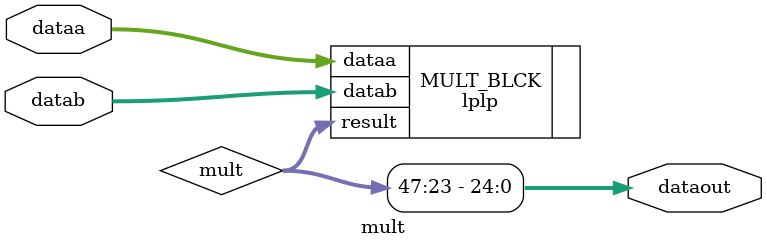
<source format=sv>
module mult
(
    input logic signed [24:0] dataa,
    input logic signed[24:0] datab,
    output logic signed [24:0] dataout
    
);
    logic signed [49:0] mult;

/*   assign mult = dataa * datab;*/
   assign dataout = mult [24+23:23];
  
  
 lplp MULT_BLCK ( 
    .dataa ( dataa ),
    .datab ( datab ),
    .result( mult ));
  
  
endmodule

</source>
